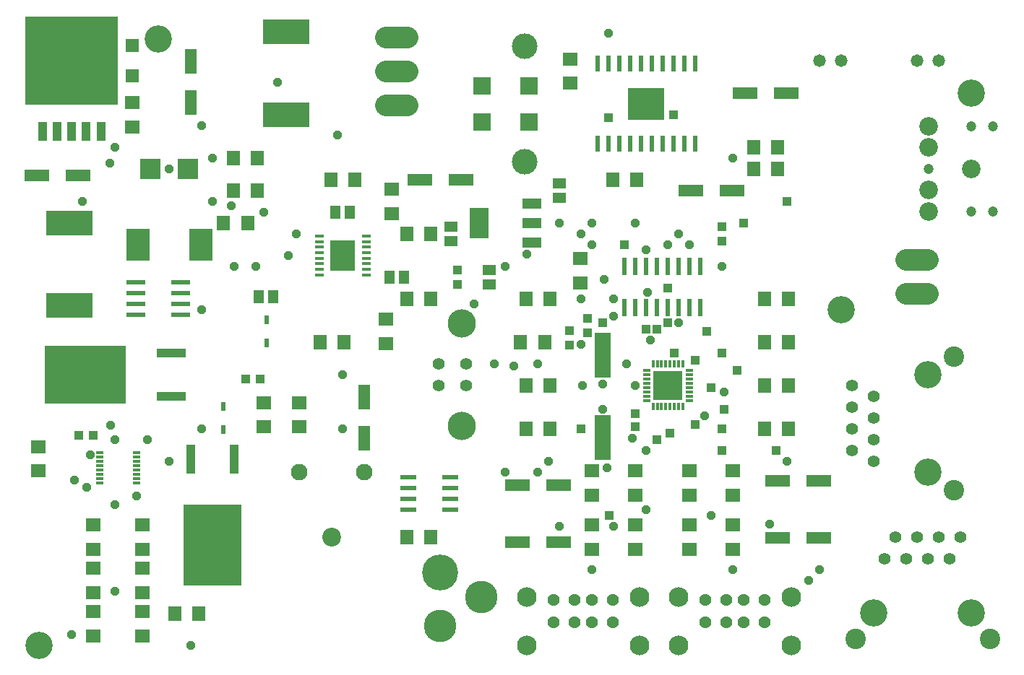
<source format=gts>
G75*
G70*
%OFA0B0*%
%FSLAX24Y24*%
%IPPOS*%
%LPD*%
%AMOC8*
5,1,8,0,0,1.08239X$1,22.5*
%
%ADD10C,0.1260*%
%ADD11R,0.0710X0.0630*%
%ADD12R,0.0630X0.0710*%
%ADD13R,0.2126X0.1142*%
%ADD14R,0.0350X0.0120*%
%ADD15R,0.0709X0.0630*%
%ADD16R,0.0433X0.0394*%
%ADD17R,0.0780X0.0200*%
%ADD18R,0.1339X0.0394*%
%ADD19R,0.3780X0.2677*%
%ADD20R,0.0394X0.1339*%
%ADD21R,0.2677X0.3780*%
%ADD22R,0.0236X0.0394*%
%ADD23R,0.4252X0.4098*%
%ADD24R,0.0420X0.0850*%
%ADD25R,0.0945X0.0945*%
%ADD26R,0.0320X0.0120*%
%ADD27R,0.0120X0.0320*%
%ADD28R,0.1320X0.1320*%
%ADD29C,0.0560*%
%ADD30C,0.1306*%
%ADD31R,0.0880X0.0480*%
%ADD32R,0.0866X0.1417*%
%ADD33R,0.0394X0.0433*%
%ADD34R,0.0240X0.0810*%
%ADD35R,0.0220X0.0780*%
%ADD36R,0.1700X0.1500*%
%ADD37R,0.0630X0.0709*%
%ADD38R,0.0827X0.0827*%
%ADD39C,0.1181*%
%ADD40R,0.0591X0.0512*%
%ADD41C,0.0866*%
%ADD42C,0.0768*%
%ADD43R,0.1181X0.0551*%
%ADD44R,0.0591X0.0591*%
%ADD45C,0.0906*%
%ADD46C,0.0562*%
%ADD47R,0.0760X0.2100*%
%ADD48C,0.0550*%
%ADD49C,0.0580*%
%ADD50C,0.0860*%
%ADD51C,0.0472*%
%ADD52C,0.0945*%
%ADD53C,0.1660*%
%ADD54C,0.1502*%
%ADD55R,0.0551X0.1181*%
%ADD56R,0.0413X0.0177*%
%ADD57R,0.1160X0.1410*%
%ADD58R,0.0870X0.0240*%
%ADD59R,0.0512X0.0591*%
%ADD60R,0.1102X0.1496*%
%ADD61C,0.1004*%
%ADD62R,0.0396X0.0396*%
%ADD63OC8,0.0396*%
D10*
X001600Y002500D03*
X038600Y018000D03*
X042600Y015000D03*
X042600Y010500D03*
X044600Y004000D03*
X040100Y004000D03*
X044600Y028000D03*
X007100Y030500D03*
D11*
X005900Y027560D03*
X005900Y026440D03*
X017850Y023560D03*
X017850Y022440D03*
X017600Y017560D03*
X017600Y016440D03*
X013600Y013710D03*
X013600Y012590D03*
X011950Y012590D03*
X011950Y013710D03*
X006350Y008060D03*
X006350Y006940D03*
X006350Y006060D03*
X006350Y004940D03*
X006350Y004060D03*
X006350Y002940D03*
X004100Y002940D03*
X004100Y004060D03*
X004100Y004940D03*
X004100Y006060D03*
X004100Y006940D03*
X004100Y008060D03*
X026550Y019240D03*
X026550Y020360D03*
X027100Y010560D03*
X027100Y009440D03*
X027100Y008060D03*
X027100Y006940D03*
X029100Y006940D03*
X029100Y008060D03*
X029100Y009440D03*
X029100Y010560D03*
X031600Y010560D03*
X031600Y009440D03*
X031600Y008060D03*
X031600Y006940D03*
X033600Y006940D03*
X033600Y008060D03*
X033600Y009440D03*
X033600Y010560D03*
D12*
X035040Y012500D03*
X036160Y012500D03*
X036160Y014500D03*
X035040Y014500D03*
X035040Y016500D03*
X036160Y016500D03*
X036160Y018500D03*
X035040Y018500D03*
X025160Y018500D03*
X024040Y018500D03*
X023790Y016500D03*
X024910Y016500D03*
X025160Y014500D03*
X024040Y014500D03*
X024040Y012500D03*
X025160Y012500D03*
X019660Y007500D03*
X018540Y007500D03*
X008960Y003950D03*
X007840Y003950D03*
X014540Y016500D03*
X015660Y016500D03*
X018540Y018500D03*
X019660Y018500D03*
X019660Y021500D03*
X018540Y021500D03*
X016160Y024000D03*
X015040Y024000D03*
X011660Y023500D03*
X010540Y023500D03*
X010540Y025000D03*
X011660Y025000D03*
X011210Y022000D03*
X010090Y022000D03*
D13*
X013000Y027000D03*
X013000Y030819D03*
X003000Y022000D03*
X003000Y018181D03*
D14*
X004391Y011378D03*
X004391Y011181D03*
X004391Y010984D03*
X004391Y010787D03*
X004391Y010591D03*
X004391Y010394D03*
X004391Y010197D03*
X004391Y010000D03*
X006100Y010000D03*
X006100Y010197D03*
X006100Y010394D03*
X006100Y010591D03*
X006100Y010787D03*
X006100Y010984D03*
X006100Y011181D03*
X006100Y011378D03*
D15*
X001550Y011651D03*
X001550Y010549D03*
X026100Y028449D03*
X026100Y029551D03*
D16*
X011785Y014800D03*
X011115Y014800D03*
X004085Y012200D03*
X003415Y012200D03*
D17*
X018630Y010250D03*
X018630Y009750D03*
X018630Y009250D03*
X018630Y008750D03*
X020570Y008750D03*
X020570Y009250D03*
X020570Y009750D03*
X020570Y010250D03*
D18*
X007698Y014000D03*
X007698Y016000D03*
D19*
X003722Y015000D03*
D20*
X008600Y011098D03*
X010600Y011098D03*
D21*
X009600Y007122D03*
D22*
X010100Y012469D03*
X010100Y013531D03*
X012100Y016469D03*
X012100Y017531D03*
D23*
X003100Y029500D03*
D24*
X003100Y026220D03*
X002430Y026220D03*
X001760Y026220D03*
X003770Y026220D03*
X004440Y026220D03*
D25*
X006734Y024500D03*
X008466Y024500D03*
D26*
X029620Y015190D03*
X029620Y014990D03*
X029620Y014800D03*
X029620Y014600D03*
X029620Y014400D03*
X029620Y014200D03*
X029620Y014010D03*
X029620Y013810D03*
X031580Y013810D03*
X031580Y014010D03*
X031580Y014200D03*
X031580Y014400D03*
X031580Y014600D03*
X031580Y014800D03*
X031580Y014990D03*
X031580Y015190D03*
D27*
X031290Y015480D03*
X031090Y015480D03*
X030900Y015480D03*
X030700Y015480D03*
X030500Y015480D03*
X030300Y015480D03*
X030110Y015480D03*
X029910Y015480D03*
X029910Y013520D03*
X030110Y013520D03*
X030300Y013520D03*
X030500Y013520D03*
X030700Y013520D03*
X030900Y013520D03*
X031090Y013520D03*
X031290Y013520D03*
D28*
X030600Y014480D03*
D29*
X039100Y014500D03*
X040100Y014000D03*
X039100Y013500D03*
X040100Y013000D03*
X039100Y012500D03*
X040100Y012000D03*
X039100Y011500D03*
X040100Y011000D03*
X041100Y007500D03*
X042100Y007500D03*
X043100Y007500D03*
X044100Y007500D03*
X043600Y006500D03*
X042600Y006500D03*
X041600Y006500D03*
X040600Y006500D03*
X021297Y014508D03*
X021297Y015492D03*
X020037Y015492D03*
X020037Y014508D03*
D30*
X021100Y012630D03*
X021100Y017370D03*
D31*
X024320Y021090D03*
X024320Y022000D03*
X024320Y022910D03*
D32*
X021880Y022000D03*
D33*
X020900Y019835D03*
X020900Y019165D03*
X026050Y017035D03*
X026900Y016915D03*
X026900Y017585D03*
X026050Y016365D03*
X033100Y021165D03*
X033100Y021835D03*
D34*
X032100Y020000D03*
X031600Y020000D03*
X031100Y020000D03*
X030600Y020000D03*
X030100Y020000D03*
X029600Y020000D03*
X029100Y020000D03*
X028600Y020000D03*
X028600Y018110D03*
X029100Y018110D03*
X029600Y018110D03*
X030100Y018110D03*
X030600Y018110D03*
X031100Y018110D03*
X031600Y018110D03*
X032100Y018110D03*
D35*
X031850Y025650D03*
X031350Y025650D03*
X030850Y025650D03*
X030350Y025650D03*
X029850Y025650D03*
X029350Y025650D03*
X028850Y025650D03*
X028350Y025650D03*
X027850Y025650D03*
X027350Y025650D03*
X027350Y029350D03*
X027850Y029350D03*
X028350Y029350D03*
X028850Y029350D03*
X029350Y029350D03*
X029850Y029350D03*
X030350Y029350D03*
X030850Y029350D03*
X031350Y029350D03*
X031850Y029350D03*
D36*
X029600Y027500D03*
D37*
X029151Y024000D03*
X028049Y024000D03*
X034549Y024500D03*
X035651Y024500D03*
X035651Y025500D03*
X034549Y025500D03*
D38*
X024183Y026673D03*
X024183Y028327D03*
X022017Y028327D03*
X022017Y026673D03*
D39*
X024002Y024823D03*
X024002Y030177D03*
D40*
X025600Y023835D03*
X025600Y023165D03*
X022350Y019835D03*
X022350Y019165D03*
X020600Y021165D03*
X020600Y021835D03*
D41*
X015100Y007500D03*
D42*
X013600Y010500D03*
X016600Y010500D03*
D43*
X023655Y009900D03*
X025545Y009900D03*
X025545Y007250D03*
X023655Y007250D03*
X035655Y007450D03*
X037545Y007450D03*
X037545Y010100D03*
X035655Y010100D03*
X033545Y023500D03*
X031655Y023500D03*
X034155Y028000D03*
X036045Y028000D03*
X021045Y024000D03*
X019155Y024000D03*
X003395Y024200D03*
X001505Y024200D03*
D44*
X005900Y028811D03*
X005900Y030189D03*
D45*
X024100Y004736D03*
X024100Y002500D03*
X029273Y002500D03*
X031100Y002500D03*
X031100Y004736D03*
X029273Y004736D03*
X036273Y004736D03*
X036273Y002500D03*
D46*
X035065Y003567D03*
X034080Y003567D03*
X033293Y003567D03*
X032309Y003567D03*
X032309Y004598D03*
X033293Y004598D03*
X034080Y004598D03*
X035065Y004598D03*
X028065Y004598D03*
X027080Y004598D03*
X026293Y004598D03*
X025309Y004598D03*
X025309Y003567D03*
X026293Y003567D03*
X027080Y003567D03*
X028065Y003567D03*
D47*
X027600Y012100D03*
X027600Y015900D03*
D48*
X037600Y029500D03*
X038600Y029500D03*
X042100Y029500D03*
X043100Y029500D03*
D49*
X043100Y029500D03*
X042100Y029500D03*
X038600Y029500D03*
X037600Y029500D03*
D50*
X042631Y026469D03*
X042631Y025484D03*
X044600Y024500D03*
X042631Y023516D03*
X042631Y022531D03*
D51*
X044600Y022531D03*
X045584Y022531D03*
X042631Y024500D03*
X044600Y026469D03*
X045584Y026469D03*
D52*
X043801Y015843D03*
X043801Y009657D03*
X045443Y002799D03*
X039257Y002799D03*
D53*
X020100Y005854D03*
D54*
X021990Y004732D03*
X020100Y003394D03*
D55*
X016600Y012055D03*
X016600Y013945D03*
X008600Y027555D03*
X008600Y029445D03*
D56*
X014507Y021396D03*
X014507Y021140D03*
X014507Y020884D03*
X014507Y020628D03*
X014507Y020372D03*
X014507Y020116D03*
X014507Y019860D03*
X014507Y019604D03*
X016693Y019604D03*
X016693Y019860D03*
X016693Y020116D03*
X016693Y020372D03*
X016693Y020628D03*
X016693Y020884D03*
X016693Y021140D03*
X016693Y021396D03*
D57*
X015600Y020500D03*
D58*
X008130Y019250D03*
X008130Y018750D03*
X008130Y018250D03*
X008130Y017750D03*
X006070Y017750D03*
X006070Y018250D03*
X006070Y018750D03*
X006070Y019250D03*
D59*
X011715Y018600D03*
X012385Y018600D03*
X015265Y022500D03*
X015935Y022500D03*
X017765Y019500D03*
X018435Y019500D03*
D60*
X009057Y021000D03*
X006143Y021000D03*
D61*
X017598Y027441D02*
X018602Y027441D01*
X018602Y029000D02*
X017598Y029000D01*
X017598Y030559D02*
X018602Y030559D01*
X041598Y020280D02*
X042602Y020280D01*
X042602Y018720D02*
X041598Y018720D01*
D62*
X036100Y023000D03*
X034100Y022000D03*
X030600Y019000D03*
X030600Y017400D03*
X030100Y017100D03*
X029600Y017100D03*
X030900Y016000D03*
X031850Y015650D03*
X033100Y016000D03*
X033800Y015200D03*
X032600Y014400D03*
X033200Y013400D03*
X033100Y012500D03*
X031850Y012700D03*
X030700Y012300D03*
X030100Y012000D03*
X029100Y012600D03*
X029100Y013200D03*
X026600Y012500D03*
X027900Y008500D03*
X033100Y011500D03*
X035600Y011500D03*
X032400Y017000D03*
X027600Y017400D03*
X028600Y021000D03*
X027850Y026850D03*
X030850Y027000D03*
D63*
X033600Y025000D03*
X031100Y021500D03*
X030600Y021000D03*
X031600Y021000D03*
X033100Y020000D03*
X029600Y020750D03*
X029100Y022000D03*
X027100Y022000D03*
X026600Y021500D03*
X027100Y021000D03*
X025600Y022000D03*
X024100Y020550D03*
X023100Y020000D03*
X021650Y018250D03*
X022600Y015500D03*
X023500Y015400D03*
X024600Y015500D03*
X026600Y016400D03*
X028100Y017700D03*
X028100Y018500D03*
X027650Y019400D03*
X026600Y018500D03*
X029650Y018800D03*
X031100Y017400D03*
X029800Y016600D03*
X028700Y015500D03*
X029100Y014500D03*
X027600Y014550D03*
X026650Y014500D03*
X027600Y013400D03*
X028950Y012050D03*
X029600Y011500D03*
X027800Y010700D03*
X029600Y008750D03*
X028100Y008000D03*
X027100Y006000D03*
X025600Y008000D03*
X024600Y010500D03*
X025100Y011000D03*
X023100Y010500D03*
X015600Y012500D03*
X015600Y015000D03*
X009100Y012500D03*
X007600Y011000D03*
X006600Y012000D03*
X005100Y012000D03*
X004900Y012650D03*
X003950Y011300D03*
X003220Y010120D03*
X003800Y009800D03*
X005100Y009000D03*
X006100Y009400D03*
X005100Y005000D03*
X003100Y003000D03*
X008600Y002500D03*
X009100Y018000D03*
X010600Y020000D03*
X011600Y020000D03*
X013100Y020500D03*
X013450Y021500D03*
X011950Y022500D03*
X010450Y022800D03*
X009600Y023000D03*
X007600Y024500D03*
X009600Y025000D03*
X009100Y026500D03*
X012600Y028500D03*
X015350Y026050D03*
X005100Y025500D03*
X004850Y024750D03*
X003600Y023000D03*
X027850Y030750D03*
X033200Y014200D03*
X032300Y013100D03*
X036100Y011000D03*
X035300Y008100D03*
X033600Y006000D03*
X032600Y008500D03*
X037100Y005500D03*
X037600Y006000D03*
M02*

</source>
